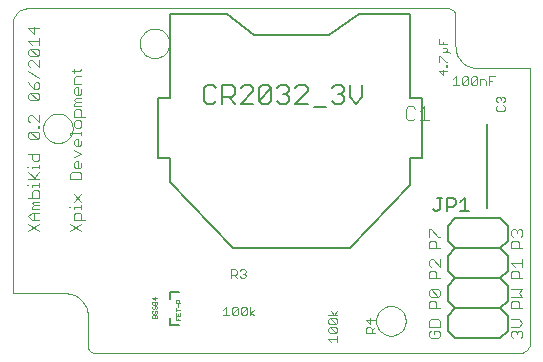
<source format=gto>
G75*
%MOIN*%
%OFA0B0*%
%FSLAX24Y24*%
%IPPOS*%
%LPD*%
%AMOC8*
5,1,8,0,0,1.08239X$1,22.5*
%
%ADD10C,0.0030*%
%ADD11C,0.0000*%
%ADD12C,0.0050*%
%ADD13C,0.0080*%
%ADD14C,0.0010*%
%ADD15C,0.0060*%
%ADD16C,0.0040*%
D10*
X000665Y004228D02*
X001035Y004475D01*
X001035Y004597D02*
X000788Y004597D01*
X000665Y004720D01*
X000788Y004844D01*
X001035Y004844D01*
X001035Y004965D02*
X000788Y004965D01*
X000788Y005027D01*
X000850Y005088D01*
X000788Y005150D01*
X000850Y005212D01*
X001035Y005212D01*
X001035Y005333D02*
X001035Y005519D01*
X000973Y005580D01*
X000850Y005580D01*
X000788Y005519D01*
X000788Y005333D01*
X000665Y005333D02*
X001035Y005333D01*
X001035Y005088D02*
X000850Y005088D01*
X000850Y004844D02*
X000850Y004597D01*
X000665Y004475D02*
X001035Y004228D01*
X002065Y004228D02*
X002435Y004475D01*
X002435Y004597D02*
X002435Y004782D01*
X002373Y004844D01*
X002250Y004844D01*
X002188Y004782D01*
X002188Y004597D01*
X002558Y004597D01*
X002435Y004228D02*
X002065Y004475D01*
X002188Y004965D02*
X002188Y005027D01*
X002435Y005027D01*
X002435Y005088D02*
X002435Y004965D01*
X002435Y005211D02*
X002188Y005457D01*
X002188Y005211D02*
X002435Y005457D01*
X002435Y005947D02*
X002065Y005947D01*
X002065Y006132D01*
X002126Y006194D01*
X002373Y006194D01*
X002435Y006132D01*
X002435Y005947D01*
X002373Y006316D02*
X002250Y006316D01*
X002188Y006377D01*
X002188Y006501D01*
X002250Y006562D01*
X002312Y006562D01*
X002312Y006316D01*
X002373Y006316D02*
X002435Y006377D01*
X002435Y006501D01*
X002435Y006807D02*
X002188Y006684D01*
X002188Y006931D02*
X002435Y006807D01*
X002373Y007052D02*
X002250Y007052D01*
X002188Y007114D01*
X002188Y007237D01*
X002250Y007299D01*
X002312Y007299D01*
X002312Y007052D01*
X002373Y007052D02*
X002435Y007114D01*
X002435Y007237D01*
X002435Y007420D02*
X002435Y007544D01*
X002435Y007482D02*
X002065Y007482D01*
X002065Y007420D01*
X002250Y007666D02*
X002373Y007666D01*
X002435Y007728D01*
X002435Y007851D01*
X002373Y007913D01*
X002250Y007913D01*
X002188Y007851D01*
X002188Y007728D01*
X002250Y007666D01*
X002188Y008034D02*
X002188Y008219D01*
X002250Y008281D01*
X002373Y008281D01*
X002435Y008219D01*
X002435Y008034D01*
X002558Y008034D02*
X002188Y008034D01*
X002188Y008403D02*
X002188Y008464D01*
X002250Y008526D01*
X002188Y008588D01*
X002250Y008650D01*
X002435Y008650D01*
X002435Y008526D02*
X002250Y008526D01*
X002188Y008403D02*
X002435Y008403D01*
X002373Y008771D02*
X002250Y008771D01*
X002188Y008833D01*
X002188Y008956D01*
X002250Y009018D01*
X002312Y009018D01*
X002312Y008771D01*
X002373Y008771D02*
X002435Y008833D01*
X002435Y008956D01*
X002435Y009139D02*
X002188Y009139D01*
X002188Y009324D01*
X002250Y009386D01*
X002435Y009386D01*
X002188Y009508D02*
X002188Y009631D01*
X002126Y009569D02*
X002373Y009569D01*
X002435Y009631D01*
X001035Y009692D02*
X000788Y009939D01*
X000726Y009939D01*
X000665Y009877D01*
X000665Y009753D01*
X000726Y009692D01*
X000665Y009570D02*
X001035Y009323D01*
X000973Y009202D02*
X000912Y009202D01*
X000850Y009140D01*
X000850Y008955D01*
X000973Y008955D01*
X001035Y009017D01*
X001035Y009140D01*
X000973Y009202D01*
X000726Y009079D02*
X000850Y008955D01*
X000973Y008834D02*
X000726Y008834D01*
X000973Y008587D01*
X001035Y008649D01*
X001035Y008772D01*
X000973Y008834D01*
X000726Y008834D02*
X000665Y008772D01*
X000665Y008649D01*
X000726Y008587D01*
X000973Y008587D01*
X001035Y008097D02*
X001035Y007850D01*
X000788Y008097D01*
X000726Y008097D01*
X000665Y008035D01*
X000665Y007912D01*
X000726Y007850D01*
X000973Y007728D02*
X001035Y007728D01*
X001035Y007666D01*
X000973Y007666D01*
X000973Y007728D01*
X000973Y007545D02*
X000726Y007545D01*
X000973Y007298D01*
X001035Y007359D01*
X001035Y007483D01*
X000973Y007545D01*
X000726Y007545D02*
X000665Y007483D01*
X000665Y007359D01*
X000726Y007298D01*
X000973Y007298D01*
X001035Y006808D02*
X000665Y006808D01*
X000788Y006808D02*
X000788Y006623D01*
X000850Y006561D01*
X000973Y006561D01*
X001035Y006623D01*
X001035Y006808D01*
X001035Y006439D02*
X001035Y006316D01*
X001035Y006377D02*
X000788Y006377D01*
X000788Y006316D01*
X000665Y006377D02*
X000603Y006377D01*
X000665Y006194D02*
X000912Y005947D01*
X000850Y006009D02*
X001035Y006194D01*
X001035Y005947D02*
X000665Y005947D01*
X000665Y005763D02*
X000603Y005763D01*
X000788Y005763D02*
X001035Y005763D01*
X001035Y005702D02*
X001035Y005825D01*
X000788Y005763D02*
X000788Y005702D01*
X002003Y005027D02*
X002065Y005027D01*
X007165Y001608D02*
X007262Y001705D01*
X007262Y001415D01*
X007358Y001415D02*
X007165Y001415D01*
X007460Y001463D02*
X007653Y001657D01*
X007653Y001463D01*
X007605Y001415D01*
X007508Y001415D01*
X007460Y001463D01*
X007460Y001657D01*
X007508Y001705D01*
X007605Y001705D01*
X007653Y001657D01*
X007754Y001657D02*
X007803Y001705D01*
X007899Y001705D01*
X007948Y001657D01*
X007754Y001463D01*
X007803Y001415D01*
X007899Y001415D01*
X007948Y001463D01*
X007948Y001657D01*
X008049Y001705D02*
X008049Y001415D01*
X008049Y001512D02*
X008194Y001608D01*
X008049Y001512D02*
X008194Y001415D01*
X007754Y001463D02*
X007754Y001657D01*
X007758Y002665D02*
X007710Y002713D01*
X007758Y002665D02*
X007855Y002665D01*
X007903Y002713D01*
X007903Y002762D01*
X007855Y002810D01*
X007806Y002810D01*
X007855Y002810D02*
X007903Y002858D01*
X007903Y002907D01*
X007855Y002955D01*
X007758Y002955D01*
X007710Y002907D01*
X007608Y002907D02*
X007608Y002810D01*
X007560Y002762D01*
X007415Y002762D01*
X007512Y002762D02*
X007608Y002665D01*
X007415Y002665D02*
X007415Y002955D01*
X007560Y002955D01*
X007608Y002907D01*
X010665Y001419D02*
X010955Y001419D01*
X010858Y001419D02*
X010762Y001565D01*
X010858Y001419D02*
X010955Y001565D01*
X010907Y001318D02*
X010713Y001318D01*
X010907Y001125D01*
X010955Y001173D01*
X010955Y001270D01*
X010907Y001318D01*
X010713Y001318D02*
X010665Y001270D01*
X010665Y001173D01*
X010713Y001125D01*
X010907Y001125D01*
X010907Y001024D02*
X010713Y001024D01*
X010907Y000830D01*
X010955Y000879D01*
X010955Y000975D01*
X010907Y001024D01*
X010907Y000830D02*
X010713Y000830D01*
X010665Y000879D01*
X010665Y000975D01*
X010713Y001024D01*
X010955Y000729D02*
X010955Y000536D01*
X010955Y000632D02*
X010665Y000632D01*
X010762Y000536D01*
X011915Y000826D02*
X011915Y000971D01*
X011963Y001019D01*
X012060Y001019D01*
X012108Y000971D01*
X012108Y000826D01*
X012108Y000922D02*
X012205Y001019D01*
X012060Y001120D02*
X012060Y001314D01*
X012205Y001265D02*
X011915Y001265D01*
X012060Y001120D01*
X012205Y000826D02*
X011915Y000826D01*
X014015Y000850D02*
X014015Y000727D01*
X014076Y000665D01*
X014323Y000665D01*
X014385Y000727D01*
X014385Y000850D01*
X014323Y000912D01*
X014200Y000912D01*
X014200Y000788D01*
X014076Y000912D02*
X014015Y000850D01*
X014015Y001033D02*
X014015Y001218D01*
X014076Y001280D01*
X014323Y001280D01*
X014385Y001218D01*
X014385Y001033D01*
X014015Y001033D01*
X014015Y001665D02*
X014015Y001850D01*
X014076Y001912D01*
X014200Y001912D01*
X014262Y001850D01*
X014262Y001665D01*
X014385Y001665D02*
X014015Y001665D01*
X014076Y002033D02*
X014015Y002095D01*
X014015Y002218D01*
X014076Y002280D01*
X014323Y002033D01*
X014385Y002095D01*
X014385Y002218D01*
X014323Y002280D01*
X014076Y002280D01*
X014076Y002033D02*
X014323Y002033D01*
X014262Y002665D02*
X014262Y002850D01*
X014200Y002912D01*
X014076Y002912D01*
X014015Y002850D01*
X014015Y002665D01*
X014385Y002665D01*
X014385Y003033D02*
X014138Y003280D01*
X014076Y003280D01*
X014015Y003218D01*
X014015Y003095D01*
X014076Y003033D01*
X014385Y003033D02*
X014385Y003280D01*
X014385Y003665D02*
X014015Y003665D01*
X014015Y003850D01*
X014076Y003912D01*
X014200Y003912D01*
X014262Y003850D01*
X014262Y003665D01*
X014323Y004033D02*
X014385Y004033D01*
X014323Y004033D02*
X014076Y004280D01*
X014015Y004280D01*
X014015Y004033D01*
X016765Y004095D02*
X016765Y004218D01*
X016826Y004280D01*
X016888Y004280D01*
X016950Y004218D01*
X017012Y004280D01*
X017073Y004280D01*
X017135Y004218D01*
X017135Y004095D01*
X017073Y004033D01*
X016950Y003912D02*
X016826Y003912D01*
X016765Y003850D01*
X016765Y003665D01*
X017135Y003665D01*
X017012Y003665D02*
X017012Y003850D01*
X016950Y003912D01*
X016826Y004033D02*
X016765Y004095D01*
X016950Y004157D02*
X016950Y004218D01*
X017135Y003280D02*
X017135Y003033D01*
X017135Y003157D02*
X016765Y003157D01*
X016888Y003033D01*
X016826Y002912D02*
X016950Y002912D01*
X017012Y002850D01*
X017012Y002665D01*
X017135Y002665D02*
X016765Y002665D01*
X016765Y002850D01*
X016826Y002912D01*
X016765Y002280D02*
X017135Y002280D01*
X017012Y002157D01*
X017135Y002033D01*
X016765Y002033D01*
X016826Y001912D02*
X016950Y001912D01*
X017012Y001850D01*
X017012Y001665D01*
X017135Y001665D02*
X016765Y001665D01*
X016765Y001850D01*
X016826Y001912D01*
X016765Y001280D02*
X017012Y001280D01*
X017135Y001157D01*
X017012Y001033D01*
X016765Y001033D01*
X016826Y000912D02*
X016888Y000912D01*
X016950Y000850D01*
X017012Y000912D01*
X017073Y000912D01*
X017135Y000850D01*
X017135Y000727D01*
X017073Y000665D01*
X016950Y000788D02*
X016950Y000850D01*
X016826Y000912D02*
X016765Y000850D01*
X016765Y000727D01*
X016826Y000665D01*
X016501Y008219D02*
X016308Y008219D01*
X016259Y008268D01*
X016259Y008365D01*
X016308Y008413D01*
X016308Y008514D02*
X016259Y008562D01*
X016259Y008659D01*
X016308Y008708D01*
X016356Y008708D01*
X016404Y008659D01*
X016453Y008708D01*
X016501Y008708D01*
X016549Y008659D01*
X016549Y008562D01*
X016501Y008514D01*
X016501Y008413D02*
X016549Y008365D01*
X016549Y008268D01*
X016501Y008219D01*
X016404Y008611D02*
X016404Y008659D01*
X016014Y009093D02*
X016014Y009383D01*
X016208Y009383D01*
X016111Y009238D02*
X016014Y009238D01*
X015913Y009238D02*
X015913Y009093D01*
X015913Y009238D02*
X015865Y009287D01*
X015719Y009287D01*
X015719Y009093D01*
X015618Y009141D02*
X015570Y009093D01*
X015473Y009093D01*
X015425Y009141D01*
X015618Y009335D01*
X015618Y009141D01*
X015425Y009141D02*
X015425Y009335D01*
X015473Y009383D01*
X015570Y009383D01*
X015618Y009335D01*
X015324Y009335D02*
X015130Y009141D01*
X015178Y009093D01*
X015275Y009093D01*
X015324Y009141D01*
X015324Y009335D01*
X015275Y009383D01*
X015178Y009383D01*
X015130Y009335D01*
X015130Y009141D01*
X015029Y009093D02*
X014835Y009093D01*
X014932Y009093D02*
X014932Y009383D01*
X014835Y009287D01*
X014490Y009415D02*
X014490Y009608D01*
X014587Y009710D02*
X014587Y009758D01*
X014635Y009758D01*
X014635Y009710D01*
X014587Y009710D01*
X014587Y009857D02*
X014635Y009857D01*
X014587Y009857D02*
X014393Y010050D01*
X014345Y010050D01*
X014345Y009857D01*
X014345Y009560D02*
X014490Y009415D01*
X014635Y009560D02*
X014345Y009560D01*
X014490Y010200D02*
X014587Y010200D01*
X014683Y010200D01*
X014732Y010152D01*
X014635Y010248D02*
X014635Y010297D01*
X014587Y010345D01*
X014490Y010345D01*
X014490Y010446D02*
X014490Y010543D01*
X014635Y010446D02*
X014345Y010446D01*
X014345Y010640D01*
X014635Y010248D02*
X014587Y010200D01*
X001035Y010245D02*
X001035Y010122D01*
X000973Y010060D01*
X000726Y010307D01*
X000973Y010307D01*
X001035Y010245D01*
X000973Y010060D02*
X000726Y010060D01*
X000665Y010122D01*
X000665Y010245D01*
X000726Y010307D01*
X000788Y010428D02*
X000665Y010552D01*
X001035Y010552D01*
X001035Y010675D02*
X001035Y010428D01*
X000850Y010797D02*
X000850Y011044D01*
X001035Y010982D02*
X000665Y010982D01*
X000850Y010797D01*
X001035Y009939D02*
X001035Y009692D01*
X000665Y009202D02*
X000726Y009079D01*
D11*
X001900Y002150D02*
X001954Y002148D01*
X002007Y002142D01*
X002059Y002133D01*
X002111Y002120D01*
X002162Y002103D01*
X002212Y002082D01*
X002259Y002058D01*
X002305Y002031D01*
X002349Y002000D01*
X002391Y001967D01*
X002430Y001930D01*
X002467Y001891D01*
X002500Y001849D01*
X002531Y001805D01*
X002558Y001759D01*
X002582Y001712D01*
X002603Y001662D01*
X002620Y001611D01*
X002633Y001559D01*
X002642Y001507D01*
X002648Y001454D01*
X002650Y001400D01*
X002650Y000400D01*
X002652Y000370D01*
X002657Y000340D01*
X002666Y000311D01*
X002679Y000284D01*
X002694Y000258D01*
X002713Y000234D01*
X002734Y000213D01*
X002758Y000194D01*
X002784Y000179D01*
X002811Y000166D01*
X002840Y000157D01*
X002870Y000152D01*
X002900Y000150D01*
X017150Y000150D01*
X017006Y000150D02*
X017045Y000152D01*
X017083Y000158D01*
X017120Y000167D01*
X017157Y000180D01*
X017192Y000197D01*
X017225Y000216D01*
X017256Y000239D01*
X017285Y000265D01*
X017311Y000294D01*
X017334Y000325D01*
X017353Y000358D01*
X017370Y000393D01*
X017383Y000430D01*
X017392Y000467D01*
X017398Y000505D01*
X017400Y000544D01*
X017400Y009650D01*
X015650Y009650D01*
X015596Y009652D01*
X015543Y009658D01*
X015491Y009667D01*
X015439Y009680D01*
X015388Y009697D01*
X015338Y009718D01*
X015291Y009742D01*
X015245Y009769D01*
X015201Y009800D01*
X015159Y009833D01*
X015120Y009870D01*
X015083Y009909D01*
X015050Y009951D01*
X015019Y009995D01*
X014992Y010041D01*
X014968Y010088D01*
X014947Y010138D01*
X014930Y010189D01*
X014917Y010241D01*
X014908Y010293D01*
X014902Y010346D01*
X014900Y010400D01*
X014900Y011400D01*
X014898Y011430D01*
X014893Y011460D01*
X014884Y011489D01*
X014871Y011516D01*
X014856Y011542D01*
X014837Y011566D01*
X014816Y011587D01*
X014792Y011606D01*
X014766Y011621D01*
X014739Y011634D01*
X014710Y011643D01*
X014680Y011648D01*
X014650Y011650D01*
X000650Y011650D01*
X000150Y011256D02*
X000150Y002150D01*
X001900Y002150D01*
X001158Y007650D02*
X001160Y007694D01*
X001166Y007738D01*
X001176Y007781D01*
X001189Y007823D01*
X001207Y007863D01*
X001228Y007902D01*
X001252Y007939D01*
X001279Y007974D01*
X001310Y008006D01*
X001343Y008035D01*
X001379Y008061D01*
X001417Y008083D01*
X001457Y008102D01*
X001498Y008118D01*
X001541Y008130D01*
X001584Y008138D01*
X001628Y008142D01*
X001672Y008142D01*
X001716Y008138D01*
X001759Y008130D01*
X001802Y008118D01*
X001843Y008102D01*
X001883Y008083D01*
X001921Y008061D01*
X001957Y008035D01*
X001990Y008006D01*
X002021Y007974D01*
X002048Y007939D01*
X002072Y007902D01*
X002093Y007863D01*
X002111Y007823D01*
X002124Y007781D01*
X002134Y007738D01*
X002140Y007694D01*
X002142Y007650D01*
X002140Y007606D01*
X002134Y007562D01*
X002124Y007519D01*
X002111Y007477D01*
X002093Y007437D01*
X002072Y007398D01*
X002048Y007361D01*
X002021Y007326D01*
X001990Y007294D01*
X001957Y007265D01*
X001921Y007239D01*
X001883Y007217D01*
X001843Y007198D01*
X001802Y007182D01*
X001759Y007170D01*
X001716Y007162D01*
X001672Y007158D01*
X001628Y007158D01*
X001584Y007162D01*
X001541Y007170D01*
X001498Y007182D01*
X001457Y007198D01*
X001417Y007217D01*
X001379Y007239D01*
X001343Y007265D01*
X001310Y007294D01*
X001279Y007326D01*
X001252Y007361D01*
X001228Y007398D01*
X001207Y007437D01*
X001189Y007477D01*
X001176Y007519D01*
X001166Y007562D01*
X001160Y007606D01*
X001158Y007650D01*
X004382Y010485D02*
X004384Y010529D01*
X004390Y010573D01*
X004400Y010616D01*
X004413Y010658D01*
X004431Y010698D01*
X004452Y010737D01*
X004476Y010774D01*
X004503Y010809D01*
X004534Y010841D01*
X004567Y010870D01*
X004603Y010896D01*
X004641Y010918D01*
X004681Y010937D01*
X004722Y010953D01*
X004765Y010965D01*
X004808Y010973D01*
X004852Y010977D01*
X004896Y010977D01*
X004940Y010973D01*
X004983Y010965D01*
X005026Y010953D01*
X005067Y010937D01*
X005107Y010918D01*
X005145Y010896D01*
X005181Y010870D01*
X005214Y010841D01*
X005245Y010809D01*
X005272Y010774D01*
X005296Y010737D01*
X005317Y010698D01*
X005335Y010658D01*
X005348Y010616D01*
X005358Y010573D01*
X005364Y010529D01*
X005366Y010485D01*
X005364Y010441D01*
X005358Y010397D01*
X005348Y010354D01*
X005335Y010312D01*
X005317Y010272D01*
X005296Y010233D01*
X005272Y010196D01*
X005245Y010161D01*
X005214Y010129D01*
X005181Y010100D01*
X005145Y010074D01*
X005107Y010052D01*
X005067Y010033D01*
X005026Y010017D01*
X004983Y010005D01*
X004940Y009997D01*
X004896Y009993D01*
X004852Y009993D01*
X004808Y009997D01*
X004765Y010005D01*
X004722Y010017D01*
X004681Y010033D01*
X004641Y010052D01*
X004603Y010074D01*
X004567Y010100D01*
X004534Y010129D01*
X004503Y010161D01*
X004476Y010196D01*
X004452Y010233D01*
X004431Y010272D01*
X004413Y010312D01*
X004400Y010354D01*
X004390Y010397D01*
X004384Y010441D01*
X004382Y010485D01*
X000650Y011650D02*
X000606Y011648D01*
X000563Y011642D01*
X000521Y011633D01*
X000479Y011620D01*
X000439Y011603D01*
X000400Y011583D01*
X000363Y011560D01*
X000329Y011533D01*
X000296Y011504D01*
X000267Y011471D01*
X000240Y011437D01*
X000217Y011400D01*
X000197Y011361D01*
X000180Y011321D01*
X000167Y011279D01*
X000158Y011237D01*
X000152Y011194D01*
X000150Y011150D01*
X012256Y001233D02*
X012258Y001277D01*
X012264Y001321D01*
X012274Y001364D01*
X012287Y001406D01*
X012305Y001446D01*
X012326Y001485D01*
X012350Y001522D01*
X012377Y001557D01*
X012408Y001589D01*
X012441Y001618D01*
X012477Y001644D01*
X012515Y001666D01*
X012555Y001685D01*
X012596Y001701D01*
X012639Y001713D01*
X012682Y001721D01*
X012726Y001725D01*
X012770Y001725D01*
X012814Y001721D01*
X012857Y001713D01*
X012900Y001701D01*
X012941Y001685D01*
X012981Y001666D01*
X013019Y001644D01*
X013055Y001618D01*
X013088Y001589D01*
X013119Y001557D01*
X013146Y001522D01*
X013170Y001485D01*
X013191Y001446D01*
X013209Y001406D01*
X013222Y001364D01*
X013232Y001321D01*
X013238Y001277D01*
X013240Y001233D01*
X013238Y001189D01*
X013232Y001145D01*
X013222Y001102D01*
X013209Y001060D01*
X013191Y001020D01*
X013170Y000981D01*
X013146Y000944D01*
X013119Y000909D01*
X013088Y000877D01*
X013055Y000848D01*
X013019Y000822D01*
X012981Y000800D01*
X012941Y000781D01*
X012900Y000765D01*
X012857Y000753D01*
X012814Y000745D01*
X012770Y000741D01*
X012726Y000741D01*
X012682Y000745D01*
X012639Y000753D01*
X012596Y000765D01*
X012555Y000781D01*
X012515Y000800D01*
X012477Y000822D01*
X012441Y000848D01*
X012408Y000877D01*
X012377Y000909D01*
X012350Y000944D01*
X012326Y000981D01*
X012305Y001020D01*
X012287Y001060D01*
X012274Y001102D01*
X012264Y001145D01*
X012258Y001189D01*
X012256Y001233D01*
D12*
X011400Y003650D02*
X013400Y005750D01*
X013400Y006650D01*
X013800Y006650D01*
X013800Y008650D01*
X013400Y008650D01*
X013400Y011450D01*
X011700Y011450D01*
X010700Y010750D01*
X008200Y010750D01*
X007300Y011450D01*
X005400Y011450D01*
X005400Y008650D01*
X005000Y008650D01*
X005000Y006650D01*
X005400Y006650D01*
X005400Y005850D01*
X007500Y003650D01*
X011400Y003650D01*
X014145Y004970D02*
X014220Y004895D01*
X014295Y004895D01*
X014370Y004970D01*
X014370Y005345D01*
X014295Y005345D02*
X014445Y005345D01*
X014605Y005345D02*
X014831Y005345D01*
X014906Y005270D01*
X014906Y005120D01*
X014831Y005045D01*
X014605Y005045D01*
X014605Y004895D02*
X014605Y005345D01*
X015066Y005195D02*
X015216Y005345D01*
X015216Y004895D01*
X015066Y004895D02*
X015366Y004895D01*
X015950Y005000D02*
X015950Y007800D01*
X011794Y008679D02*
X011794Y009086D01*
X011387Y009086D02*
X011387Y008679D01*
X011590Y008475D01*
X011794Y008679D01*
X011186Y008679D02*
X011186Y008577D01*
X011084Y008475D01*
X010881Y008475D01*
X010779Y008577D01*
X010578Y008373D02*
X010171Y008373D01*
X009971Y008475D02*
X009564Y008475D01*
X009971Y008882D01*
X009971Y008984D01*
X009869Y009086D01*
X009665Y009086D01*
X009564Y008984D01*
X009363Y008984D02*
X009363Y008882D01*
X009261Y008780D01*
X009363Y008679D01*
X009363Y008577D01*
X009261Y008475D01*
X009058Y008475D01*
X008956Y008577D01*
X008755Y008577D02*
X008653Y008475D01*
X008450Y008475D01*
X008348Y008577D01*
X008755Y008984D01*
X008755Y008577D01*
X009159Y008780D02*
X009261Y008780D01*
X009363Y008984D02*
X009261Y009086D01*
X009058Y009086D01*
X008956Y008984D01*
X008755Y008984D02*
X008653Y009086D01*
X008450Y009086D01*
X008348Y008984D01*
X008348Y008577D01*
X008147Y008475D02*
X007740Y008475D01*
X008147Y008882D01*
X008147Y008984D01*
X008046Y009086D01*
X007842Y009086D01*
X007740Y008984D01*
X007540Y008984D02*
X007540Y008780D01*
X007438Y008679D01*
X007133Y008679D01*
X007336Y008679D02*
X007540Y008475D01*
X007133Y008475D02*
X007133Y009086D01*
X007438Y009086D01*
X007540Y008984D01*
X006932Y008984D02*
X006830Y009086D01*
X006627Y009086D01*
X006525Y008984D01*
X006525Y008577D01*
X006627Y008475D01*
X006830Y008475D01*
X006932Y008577D01*
X010779Y008984D02*
X010881Y009086D01*
X011084Y009086D01*
X011186Y008984D01*
X011186Y008882D01*
X011084Y008780D01*
X011186Y008679D01*
X011084Y008780D02*
X010983Y008780D01*
D13*
X005689Y002201D02*
X005374Y002201D01*
X005374Y001965D01*
X005374Y001335D02*
X005374Y001099D01*
X005689Y001099D01*
D14*
X005720Y001255D02*
X005570Y001255D01*
X005570Y001355D01*
X005570Y001402D02*
X005720Y001402D01*
X005720Y001502D01*
X005645Y001452D02*
X005645Y001402D01*
X005570Y001402D02*
X005570Y001502D01*
X005570Y001550D02*
X005570Y001650D01*
X005570Y001600D02*
X005720Y001600D01*
X005645Y001697D02*
X005645Y001797D01*
X005670Y001844D02*
X005670Y001919D01*
X005645Y001944D01*
X005595Y001944D01*
X005570Y001919D01*
X005570Y001844D01*
X005720Y001844D01*
X005645Y001305D02*
X005645Y001255D01*
X004945Y001330D02*
X004945Y001405D01*
X004920Y001430D01*
X004895Y001430D01*
X004870Y001405D01*
X004870Y001330D01*
X004945Y001330D02*
X004795Y001330D01*
X004795Y001405D01*
X004820Y001430D01*
X004845Y001430D01*
X004870Y001405D01*
X004845Y001477D02*
X004870Y001502D01*
X004870Y001552D01*
X004895Y001577D01*
X004920Y001577D01*
X004945Y001552D01*
X004945Y001502D01*
X004920Y001477D01*
X004845Y001477D02*
X004820Y001477D01*
X004795Y001502D01*
X004795Y001552D01*
X004820Y001577D01*
X004820Y001625D02*
X004845Y001625D01*
X004870Y001650D01*
X004870Y001700D01*
X004895Y001725D01*
X004920Y001725D01*
X004945Y001700D01*
X004945Y001650D01*
X004920Y001625D01*
X004820Y001625D02*
X004795Y001650D01*
X004795Y001700D01*
X004820Y001725D01*
X004820Y001772D02*
X004795Y001797D01*
X004795Y001847D01*
X004820Y001872D01*
X004845Y001872D01*
X004870Y001847D01*
X004870Y001797D01*
X004845Y001772D01*
X004820Y001772D01*
X004870Y001797D02*
X004895Y001772D01*
X004920Y001772D01*
X004945Y001797D01*
X004945Y001847D01*
X004920Y001872D01*
X004895Y001872D01*
X004870Y001847D01*
X004870Y001919D02*
X004795Y001994D01*
X004945Y001994D01*
X004870Y002019D02*
X004870Y001919D01*
D15*
X014650Y001900D02*
X014650Y002400D01*
X014900Y002650D01*
X016400Y002650D01*
X016650Y002400D01*
X016650Y001900D01*
X016400Y001650D01*
X016650Y001400D01*
X016650Y000900D01*
X016400Y000650D01*
X014900Y000650D01*
X014650Y000900D01*
X014650Y001400D01*
X014900Y001650D01*
X016400Y001650D01*
X016400Y002650D02*
X016650Y002900D01*
X016650Y003400D01*
X016400Y003650D01*
X014900Y003650D01*
X014650Y003400D01*
X014650Y002900D01*
X014900Y002650D01*
X014650Y001900D02*
X014900Y001650D01*
X014900Y003650D02*
X014650Y003900D01*
X014650Y004400D01*
X014900Y004650D01*
X016400Y004650D01*
X016650Y004400D01*
X016650Y003900D01*
X016400Y003650D01*
D16*
X014017Y007920D02*
X013710Y007920D01*
X013863Y007920D02*
X013863Y008380D01*
X013710Y008227D01*
X013556Y008304D02*
X013479Y008380D01*
X013326Y008380D01*
X013249Y008304D01*
X013249Y007997D01*
X013326Y007920D01*
X013479Y007920D01*
X013556Y007997D01*
M02*

</source>
